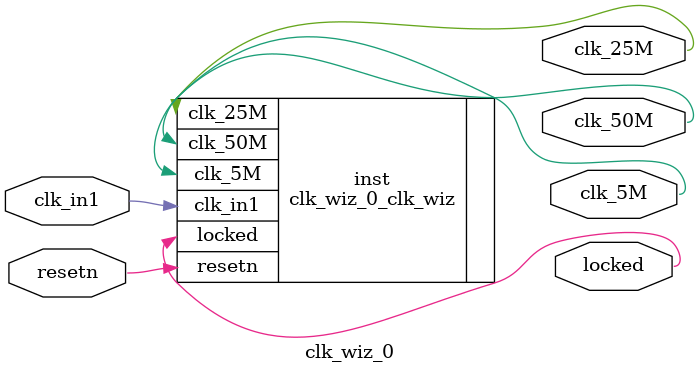
<source format=v>


`timescale 1ps/1ps

(* CORE_GENERATION_INFO = "clk_wiz_0,clk_wiz_v6_0_4_0_0,{component_name=clk_wiz_0,use_phase_alignment=true,use_min_o_jitter=false,use_max_i_jitter=false,use_dyn_phase_shift=false,use_inclk_switchover=false,use_dyn_reconfig=false,enable_axi=0,feedback_source=FDBK_AUTO,PRIMITIVE=MMCM,num_out_clk=3,clkin1_period=10.000,clkin2_period=10.000,use_power_down=false,use_reset=true,use_locked=true,use_inclk_stopped=false,feedback_type=SINGLE,CLOCK_MGR_TYPE=NA,manual_override=false}" *)

module clk_wiz_0 
 (
  // Clock out ports
  output        clk_50M,
  output        clk_25M,
  output        clk_5M,
  // Status and control signals
  input         resetn,
  output        locked,
 // Clock in ports
  input         clk_in1
 );

  clk_wiz_0_clk_wiz inst
  (
  // Clock out ports  
  .clk_50M(clk_50M),
  .clk_25M(clk_25M),
  .clk_5M(clk_5M),
  // Status and control signals               
  .resetn(resetn), 
  .locked(locked),
 // Clock in ports
  .clk_in1(clk_in1)
  );

endmodule

</source>
